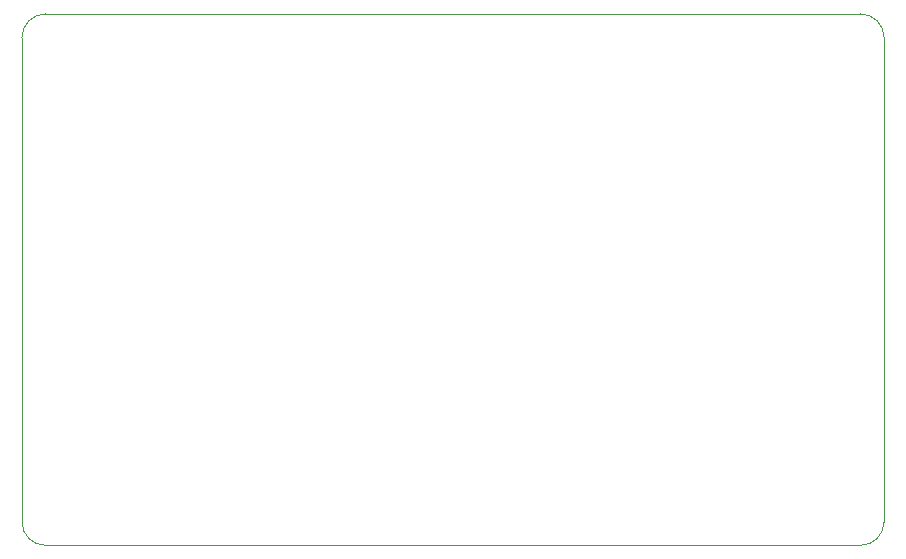
<source format=gbr>
G04 #@! TF.GenerationSoftware,KiCad,Pcbnew,(5.1.5-0-10_14)*
G04 #@! TF.CreationDate,2021-06-27T02:44:24+01:00*
G04 #@! TF.ProjectId,flash-rom-expansion,666c6173-682d-4726-9f6d-2d657870616e,rev?*
G04 #@! TF.SameCoordinates,Original*
G04 #@! TF.FileFunction,Profile,NP*
%FSLAX46Y46*%
G04 Gerber Fmt 4.6, Leading zero omitted, Abs format (unit mm)*
G04 Created by KiCad (PCBNEW (5.1.5-0-10_14)) date 2021-06-27 02:44:24*
%MOMM*%
%LPD*%
G04 APERTURE LIST*
%ADD10C,0.050000*%
G04 APERTURE END LIST*
D10*
X46000000Y-60000000D02*
X46000000Y-101000000D01*
X117000000Y-58000000D02*
X48000000Y-58000000D01*
X119000000Y-101000000D02*
X119000000Y-60000000D01*
X48000000Y-103000000D02*
X117000000Y-103000000D01*
X117000000Y-58000000D02*
G75*
G02X119000000Y-60000000I0J-2000000D01*
G01*
X119000000Y-101000000D02*
G75*
G02X117000000Y-103000000I-2000000J0D01*
G01*
X48000000Y-103000000D02*
G75*
G02X46000000Y-101000000I0J2000000D01*
G01*
X46000000Y-60000000D02*
G75*
G02X48000000Y-58000000I2000000J0D01*
G01*
M02*

</source>
